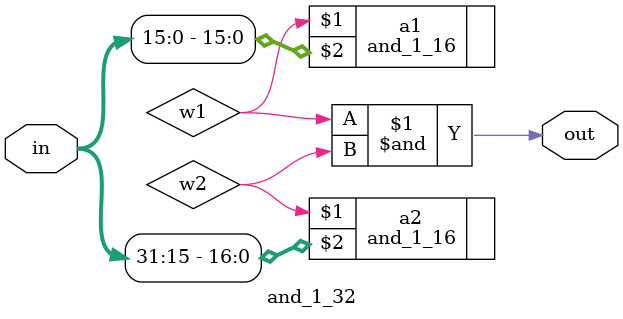
<source format=v>
module and_1_32(out,in);
	input[31:0] in;
	output out;
	wire w1,w2;
	and_1_16 a1(w1,in[15:0]);
	and_1_16 a2(w2,in[31:15]);
	and a3(out,w1,w2);
endmodule

</source>
